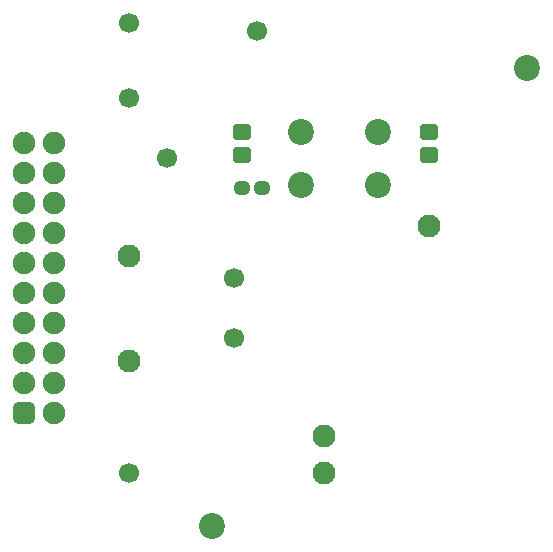
<source format=gbr>
%TF.GenerationSoftware,KiCad,Pcbnew,(6.0.7)*%
%TF.CreationDate,2022-10-05T11:52:24+02:00*%
%TF.ProjectId,STK3700_Expansion_board,53544b33-3730-4305-9f45-7870616e7369,rev?*%
%TF.SameCoordinates,Original*%
%TF.FileFunction,Soldermask,Bot*%
%TF.FilePolarity,Negative*%
%FSLAX46Y46*%
G04 Gerber Fmt 4.6, Leading zero omitted, Abs format (unit mm)*
G04 Created by KiCad (PCBNEW (6.0.7)) date 2022-10-05 11:52:24*
%MOMM*%
%LPD*%
G01*
G04 APERTURE LIST*
G04 Aperture macros list*
%AMRoundRect*
0 Rectangle with rounded corners*
0 $1 Rounding radius*
0 $2 $3 $4 $5 $6 $7 $8 $9 X,Y pos of 4 corners*
0 Add a 4 corners polygon primitive as box body*
4,1,4,$2,$3,$4,$5,$6,$7,$8,$9,$2,$3,0*
0 Add four circle primitives for the rounded corners*
1,1,$1+$1,$2,$3*
1,1,$1+$1,$4,$5*
1,1,$1+$1,$6,$7*
1,1,$1+$1,$8,$9*
0 Add four rect primitives between the rounded corners*
20,1,$1+$1,$2,$3,$4,$5,0*
20,1,$1+$1,$4,$5,$6,$7,0*
20,1,$1+$1,$6,$7,$8,$9,0*
20,1,$1+$1,$8,$9,$2,$3,0*%
G04 Aperture macros list end*
%ADD10C,1.700000*%
%ADD11C,2.200000*%
%ADD12RoundRect,0.350000X0.450000X-0.350000X0.450000X0.350000X-0.450000X0.350000X-0.450000X-0.350000X0*%
%ADD13RoundRect,0.525000X-0.425000X-0.425000X0.425000X-0.425000X0.425000X0.425000X-0.425000X0.425000X0*%
%ADD14O,1.900000X1.900000*%
%ADD15C,1.900000*%
%ADD16RoundRect,0.337500X-0.300000X-0.237500X0.300000X-0.237500X0.300000X0.237500X-0.300000X0.237500X0*%
%ADD17C,1.950000*%
G04 APERTURE END LIST*
D10*
%TO.C,TP1*%
X69850000Y-55880000D03*
%TD*%
%TO.C,TP2*%
X69850000Y-49530000D03*
%TD*%
%TO.C,TP3*%
X80645000Y-50165000D03*
%TD*%
%TO.C,TP4*%
X73025000Y-60960000D03*
%TD*%
%TO.C,TP6*%
X78740000Y-71120000D03*
%TD*%
%TO.C,TP7*%
X78740000Y-76200000D03*
%TD*%
%TO.C,TP8*%
X69850000Y-87630000D03*
%TD*%
D11*
%TO.C,TP5*%
X103505000Y-53340000D03*
%TD*%
%TO.C,TP9*%
X76835000Y-92075000D03*
%TD*%
%TO.C,SW1*%
X84380000Y-63210000D03*
X90880000Y-63210000D03*
X84380000Y-58710000D03*
X90880000Y-58710000D03*
%TD*%
D12*
%TO.C,R8*%
X79375000Y-58690000D03*
X79375000Y-60690000D03*
%TD*%
%TO.C,R7*%
X95250000Y-60690000D03*
X95250000Y-58690000D03*
%TD*%
D13*
%TO.C,J1*%
X60960000Y-82550000D03*
D14*
X63500000Y-82550000D03*
X60960000Y-80010000D03*
X63500000Y-80010000D03*
X60960000Y-77470000D03*
X63500000Y-77470000D03*
X60960000Y-74930000D03*
X63500000Y-74930000D03*
X60960000Y-72390000D03*
X63500000Y-72390000D03*
X60960000Y-69850000D03*
X63500000Y-69850000D03*
X60960000Y-67310000D03*
X63500000Y-67310000D03*
X60960000Y-64770000D03*
X63500000Y-64770000D03*
X60960000Y-62230000D03*
X63500000Y-62230000D03*
X60960000Y-59690000D03*
D15*
X63500000Y-59690000D03*
%TD*%
D16*
%TO.C,C3*%
X81100000Y-63500000D03*
X79375000Y-63500000D03*
%TD*%
D17*
X95250000Y-66675000D03*
X86360000Y-84455000D03*
X86360000Y-87630000D03*
X69850000Y-69215000D03*
X69850000Y-78105000D03*
M02*

</source>
